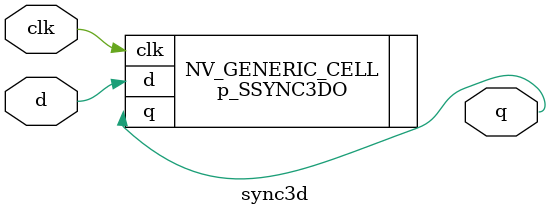
<source format=v>

module sync3d ( d, clk, q);
input d, clk;
output q;
    p_SSYNC3DO NV_GENERIC_CELL( .d(d), .clk(clk), .q(q) );
// synopsys dc_script_begin
// synopsys dc_script_end
//g2c if {[find / -null_ok -subdesign sync3d] != {} } { set_attr preserve 1 [find / -subdesign sync3d] }
endmodule

</source>
